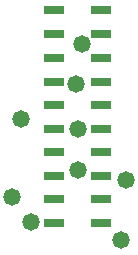
<source format=gbs>
%FSTAX23Y23*%
%MOIN*%
%SFA1B1*%

%IPPOS*%
%ADD18C,0.057992*%
%ADD21R,0.067992X0.027992*%
%LNpcb1-1*%
%LPD*%
G54D18*
X01395Y01035D03*
X0125Y01407D03*
X0106Y0144D03*
X0103Y0118D03*
X0141Y01235D03*
X0125Y0127D03*
X01095Y01095D03*
X01245Y01555D03*
X01265Y0169D03*
G54D21*
X01327Y01092D03*
Y01171D03*
Y0125D03*
Y01328D03*
Y01407D03*
Y01486D03*
Y01564D03*
Y01643D03*
Y01722D03*
Y01801D03*
X0117Y01092D03*
Y01171D03*
Y0125D03*
Y01328D03*
Y01407D03*
Y01486D03*
Y01564D03*
Y01643D03*
Y01722D03*
Y01801D03*
M02*
</source>
